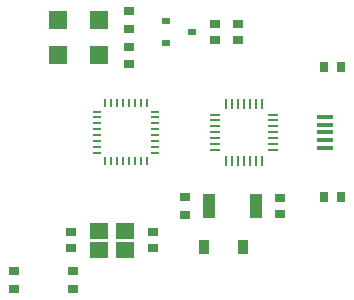
<source format=gtp>
G04 Layer_Color=8421504*
%FSLAX44Y44*%
%MOMM*%
G71*
G01*
G75*
%ADD10R,1.5500X1.3500*%
%ADD11R,0.9140X1.2190*%
%ADD12R,0.9000X0.8000*%
%ADD13R,0.8000X0.9000*%
%ADD14R,1.0000X2.0000*%
%ADD15R,0.9000X0.7000*%
%ADD16R,1.5000X1.5000*%
%ADD17R,1.3500X0.4000*%
%ADD18O,0.8500X0.2000*%
%ADD19O,0.2000X0.8500*%
%ADD20R,0.7500X0.6000*%
%ADD21O,0.7000X0.2500*%
%ADD22O,0.2500X0.7000*%
D10*
X117080Y60560D02*
D03*
X117080Y76560D02*
D03*
X139080Y60560D02*
D03*
X139080Y76560D02*
D03*
D11*
X206117Y62500D02*
D03*
X238883D02*
D03*
D12*
X163080Y61560D02*
D03*
X163080Y75560D02*
D03*
X93080Y61560D02*
D03*
X93080Y75560D02*
D03*
X235000Y252000D02*
D03*
Y238000D02*
D03*
X215000Y252000D02*
D03*
Y238000D02*
D03*
X270000Y90500D02*
D03*
Y104500D02*
D03*
D13*
X308000Y215000D02*
D03*
X322000D02*
D03*
X308000Y105000D02*
D03*
X322000D02*
D03*
D14*
X210000Y97500D02*
D03*
X250000Y97500D02*
D03*
D15*
X190000Y90000D02*
D03*
X190000Y105000D02*
D03*
X142500Y247500D02*
D03*
Y262500D02*
D03*
Y217500D02*
D03*
Y232500D02*
D03*
X45000Y42500D02*
D03*
X45000Y27500D02*
D03*
X95000Y42500D02*
D03*
Y27500D02*
D03*
D16*
X117500Y225000D02*
D03*
X82500D02*
D03*
X117500Y255000D02*
D03*
X82500Y255000D02*
D03*
D17*
X308750Y173000D02*
D03*
Y166500D02*
D03*
Y160000D02*
D03*
Y153500D02*
D03*
Y147000D02*
D03*
D18*
X264250Y145000D02*
D03*
Y150000D02*
D03*
X264250Y155000D02*
D03*
X264250Y160000D02*
D03*
Y165000D02*
D03*
X264250Y170000D02*
D03*
X264250Y175000D02*
D03*
X215750D02*
D03*
X215750Y170000D02*
D03*
X215750Y165000D02*
D03*
X215750Y160000D02*
D03*
X215750Y155000D02*
D03*
X215750Y150000D02*
D03*
Y145000D02*
D03*
D19*
X255000Y184250D02*
D03*
X250000Y184250D02*
D03*
X245000D02*
D03*
X240000D02*
D03*
X235000Y184250D02*
D03*
X230000Y184250D02*
D03*
X225000Y184250D02*
D03*
Y135750D02*
D03*
X230000D02*
D03*
X235000Y135750D02*
D03*
X240000Y135750D02*
D03*
X245000D02*
D03*
X250000Y135750D02*
D03*
X255000Y135750D02*
D03*
D20*
X174000Y254500D02*
D03*
Y235500D02*
D03*
X196000Y245000D02*
D03*
D21*
X115500Y142500D02*
D03*
X115500Y147500D02*
D03*
X115500Y152500D02*
D03*
X115500Y157500D02*
D03*
X115500Y162500D02*
D03*
X115500Y167500D02*
D03*
Y172500D02*
D03*
X115500Y177500D02*
D03*
X164500D02*
D03*
X164500Y172500D02*
D03*
X164500Y167500D02*
D03*
X164500Y162500D02*
D03*
Y157500D02*
D03*
X164500Y152500D02*
D03*
X164500Y147500D02*
D03*
X164500Y142500D02*
D03*
D22*
X122500Y184500D02*
D03*
X127500Y184500D02*
D03*
X132500Y184500D02*
D03*
X137500Y184500D02*
D03*
X142500Y184500D02*
D03*
X147500Y184500D02*
D03*
X152500Y184500D02*
D03*
X157500Y184500D02*
D03*
Y135500D02*
D03*
X152500D02*
D03*
X147500D02*
D03*
X142500Y135500D02*
D03*
X137500Y135500D02*
D03*
X132500Y135500D02*
D03*
X127500Y135500D02*
D03*
X122500Y135500D02*
D03*
M02*

</source>
